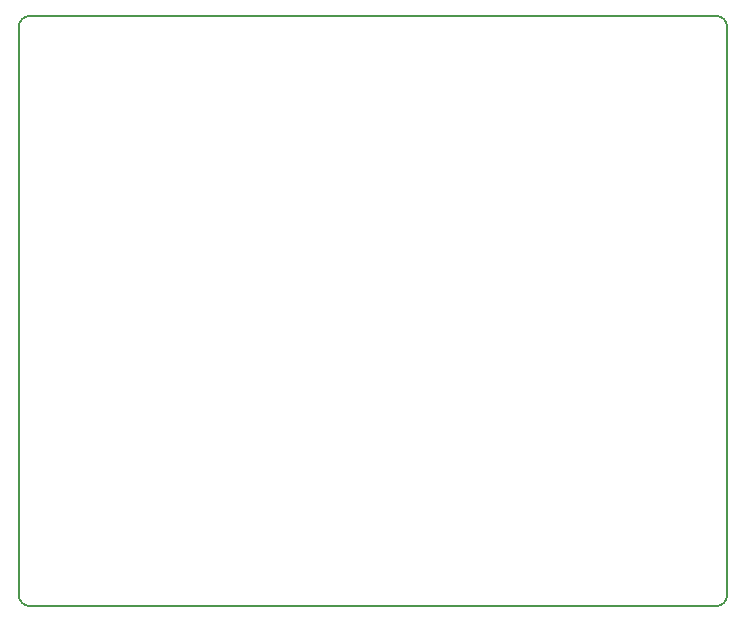
<source format=gbr>
G04 #@! TF.GenerationSoftware,KiCad,Pcbnew,(5.1.9-0-10_14)*
G04 #@! TF.CreationDate,2022-07-17T12:53:42+02:00*
G04 #@! TF.ProjectId,sandsim,73616e64-7369-46d2-9e6b-696361645f70,rev?*
G04 #@! TF.SameCoordinates,Original*
G04 #@! TF.FileFunction,Profile,NP*
%FSLAX46Y46*%
G04 Gerber Fmt 4.6, Leading zero omitted, Abs format (unit mm)*
G04 Created by KiCad (PCBNEW (5.1.9-0-10_14)) date 2022-07-17 12:53:42*
%MOMM*%
%LPD*%
G01*
G04 APERTURE LIST*
G04 #@! TA.AperFunction,Profile*
%ADD10C,0.150000*%
G04 #@! TD*
G04 APERTURE END LIST*
D10*
X51000000Y-100000000D02*
G75*
G02*
X50000000Y-99000000I0J1000000D01*
G01*
X110000000Y-99000000D02*
G75*
G02*
X109000000Y-100000000I-1000000J0D01*
G01*
X109000000Y-50000000D02*
G75*
G02*
X110000000Y-51000000I0J-1000000D01*
G01*
X50000000Y-51000000D02*
G75*
G02*
X51000000Y-50000000I1000000J0D01*
G01*
X50000000Y-99000000D02*
X50000000Y-51000000D01*
X109000000Y-100000000D02*
X51000000Y-100000000D01*
X110000000Y-51000000D02*
X110000000Y-99000000D01*
X51000000Y-50000000D02*
X109000000Y-50000000D01*
M02*

</source>
